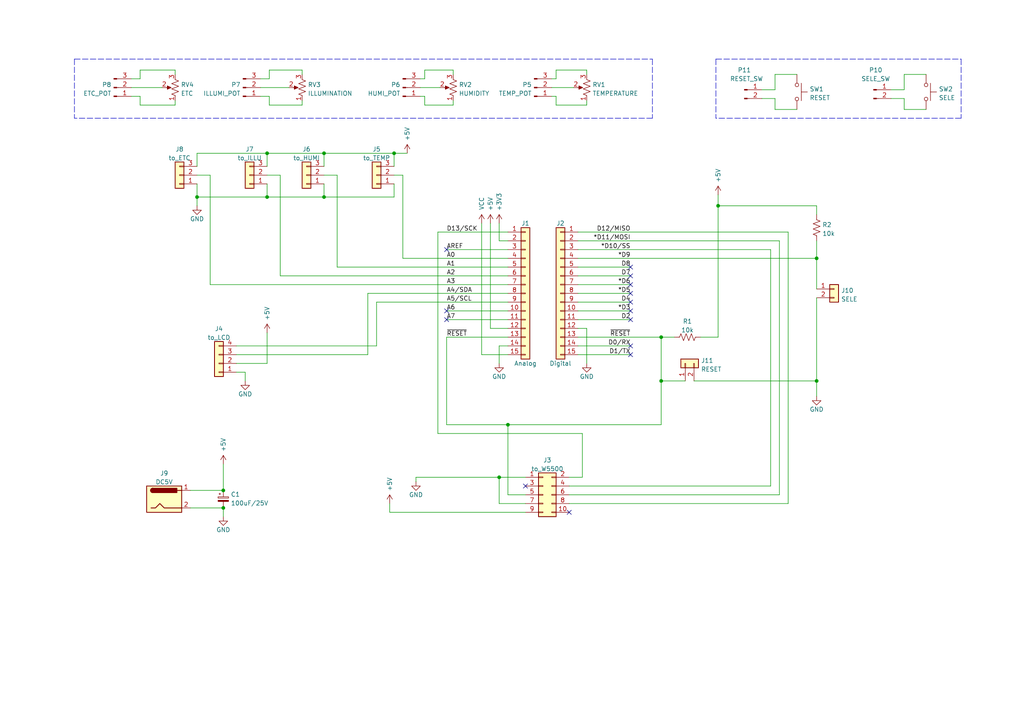
<source format=kicad_sch>
(kicad_sch (version 20211123) (generator eeschema)
  (paper "A4")
  (title_block (title "UECS Simulator for DEN-NOH-01") (date "2023-01-11") (rev "1.10") (company "HOLLY&Co.,Ltd."))
  (lib_symbols
    (symbol "+5V_1" (power) (pin_names (offset 0))
      (property "Value" "+5V" (at 0 3.556 90))
      (symbol "+5V_1_0_1"
        (polyline (pts (xy -0.762 1.27) (xy 0 2.54)))
        (polyline (pts (xy 0 0) (xy 0 2.54)))
        (polyline (pts (xy 0 2.54) (xy 0.762 1.27)))
      )
      (symbol "+5V_1_1_1"
        (pin power_in line (at 0 0 90) (length 0) hide (name "+5V") (number "1"))
      )
    )
    (symbol "Connector:Conn_01x02_Male" (pin_names (offset 1.016) hide)
      (property "Reference" "J" (at 0 2.54 0))
      (property "Value" "Conn_01x02_Male" (at 0 -5.08 0))
      (symbol "Conn_01x02_Male_1_1"
        (polyline (pts (xy 1.27 -2.54) (xy 0.8636 -2.54)) (stroke (width 0.1524)))
        (polyline (pts (xy 1.27 0) (xy 0.8636 0)) (stroke (width 0.1524)))
        (rectangle (start 0.8636 -2.413) (end 0 -2.667) (stroke (width 0.1524)) (fill (type outline)))
        (rectangle (start 0.8636 0.127) (end 0 -0.127) (stroke (width 0.1524)) (fill (type outline)))
        (pin passive line (at 5.08 0 180) (length 3.81) (name "Pin_1") (number "1"))
        (pin passive line (at 5.08 -2.54 180) (length 3.81) (name "Pin_2") (number "2"))
      )
    )
    (symbol "Connector:Conn_01x03_Male" (pin_names (offset 1.016) hide)
      (property "Reference" "J" (at 0 5.08 0))
      (property "Value" "Conn_01x03_Male" (at 0 -5.08 0))
      (symbol "Conn_01x03_Male_1_1"
        (polyline (pts (xy 1.27 -2.54) (xy 0.8636 -2.54)) (stroke (width 0.1524)))
        (polyline (pts (xy 1.27 0) (xy 0.8636 0)) (stroke (width 0.1524)))
        (polyline (pts (xy 1.27 2.54) (xy 0.8636 2.54)) (stroke (width 0.1524)))
        (rectangle (start 0.8636 -2.413) (end 0 -2.667) (stroke (width 0.1524)) (fill (type outline)))
        (rectangle (start 0.8636 0.127) (end 0 -0.127) (stroke (width 0.1524)) (fill (type outline)))
        (rectangle (start 0.8636 2.667) (end 0 2.413) (stroke (width 0.1524)) (fill (type outline)))
        (pin passive line (at 5.08 2.54 180) (length 3.81) (name "Pin_1") (number "1"))
        (pin passive line (at 5.08 0 180) (length 3.81) (name "Pin_2") (number "2"))
        (pin passive line (at 5.08 -2.54 180) (length 3.81) (name "Pin_3") (number "3"))
      )
    )
    (symbol "Connector:Jack-DC" (pin_names (offset 1.016))
      (property "Reference" "J13" (at 0 7.5098 0))
      (property "Value" "DC5V" (at 0 4.9729 0))
      (symbol "Jack-DC_0_1"
        (rectangle (start -5.08 3.81) (end 5.08 -3.81) (stroke (width 0.254)) (fill (type background)))
        (arc (start -3.302 3.175) (mid -3.937 2.54) (end -3.302 1.905) (stroke (width 0.254)))
        (arc (start -3.302 3.175) (mid -3.937 2.54) (end -3.302 1.905) (stroke (width 0.254)) (fill (type outline)))
        (polyline (pts (xy 5.08 2.54) (xy 3.81 2.54)) (stroke (width 0.254)))
        (polyline (pts (xy -3.81 -2.54) (xy -2.54 -2.54) (xy -1.27 -1.27) (xy 0 -2.54) (xy 2.54 -2.54) (xy 5.08 -2.54)) (stroke (width 0.254)))
        (rectangle (start 3.683 3.175) (end -3.302 1.905) (stroke (width 0.254)) (fill (type outline)))
      )
      (symbol "Jack-DC_1_1"
        (pin power_out line (at 7.62 2.54 180) (length 2.54) (name "~") (number "1"))
        (pin passive line (at 7.62 -2.54 180) (length 2.54) (name "~") (number "2"))
      )
    )
    (symbol "Connector_Generic:Conn_01x02" (pin_names (offset 1.016) hide)
      (property "Reference" "J" (at 0 2.54 0))
      (property "Value" "Conn_01x02" (at 0 -5.08 0))
      (symbol "Conn_01x02_1_1"
        (rectangle (start -1.27 -2.413) (end 0 -2.667) (stroke (width 0.1524)))
        (rectangle (start -1.27 0.127) (end 0 -0.127) (stroke (width 0.1524)))
        (rectangle (start -1.27 1.27) (end 1.27 -3.81) (stroke (width 0.254)) (fill (type background)))
        (pin passive line (at -5.08 0 0) (length 3.81) (name "Pin_1") (number "1"))
        (pin passive line (at -5.08 -2.54 0) (length 3.81) (name "Pin_2") (number "2"))
      )
    )
    (symbol "Connector_Generic:Conn_01x03" (pin_names (offset 1.016) hide)
      (property "Reference" "J" (at 0 5.08 0))
      (property "Value" "Conn_01x03" (at 0 -5.08 0))
      (symbol "Conn_01x03_1_1"
        (rectangle (start -1.27 -2.413) (end 0 -2.667) (stroke (width 0.1524)))
        (rectangle (start -1.27 0.127) (end 0 -0.127) (stroke (width 0.1524)))
        (rectangle (start -1.27 2.667) (end 0 2.413) (stroke (width 0.1524)))
        (rectangle (start -1.27 3.81) (end 1.27 -3.81) (stroke (width 0.254)) (fill (type background)))
        (pin passive line (at -5.08 2.54 0) (length 3.81) (name "Pin_1") (number "1"))
        (pin passive line (at -5.08 0 0) (length 3.81) (name "Pin_2") (number "2"))
        (pin passive line (at -5.08 -2.54 0) (length 3.81) (name "Pin_3") (number "3"))
      )
    )
    (symbol "Connector_Generic:Conn_01x04" (pin_names (offset 1.016) hide)
      (property "Reference" "J" (at 0 5.08 0))
      (property "Value" "Conn_01x04" (at 0 -7.62 0))
      (symbol "Conn_01x04_1_1"
        (rectangle (start -1.27 -4.953) (end 0 -5.207) (stroke (width 0.1524)))
        (rectangle (start -1.27 -2.413) (end 0 -2.667) (stroke (width 0.1524)))
        (rectangle (start -1.27 0.127) (end 0 -0.127) (stroke (width 0.1524)))
        (rectangle (start -1.27 2.667) (end 0 2.413) (stroke (width 0.1524)))
        (rectangle (start -1.27 3.81) (end 1.27 -6.35) (stroke (width 0.254)) (fill (type background)))
        (pin passive line (at -5.08 2.54 0) (length 3.81) (name "Pin_1") (number "1"))
        (pin passive line (at -5.08 0 0) (length 3.81) (name "Pin_2") (number "2"))
        (pin passive line (at -5.08 -2.54 0) (length 3.81) (name "Pin_3") (number "3"))
        (pin passive line (at -5.08 -5.08 0) (length 3.81) (name "Pin_4") (number "4"))
      )
    )
    (symbol "Connector_Generic:Conn_01x15" (pin_names (offset 1.016) hide)
      (property "Reference" "J" (at 0 20.32 0))
      (property "Value" "Conn_01x15" (at 0 -20.32 0))
      (symbol "Conn_01x15_1_1"
        (rectangle (start -1.27 -17.653) (end 0 -17.907) (stroke (width 0.1524)))
        (rectangle (start -1.27 -15.113) (end 0 -15.367) (stroke (width 0.1524)))
        (rectangle (start -1.27 -12.573) (end 0 -12.827) (stroke (width 0.1524)))
        (rectangle (start -1.27 -10.033) (end 0 -10.287) (stroke (width 0.1524)))
        (rectangle (start -1.27 -7.493) (end 0 -7.747) (stroke (width 0.1524)))
        (rectangle (start -1.27 -4.953) (end 0 -5.207) (stroke (width 0.1524)))
        (rectangle (start -1.27 -2.413) (end 0 -2.667) (stroke (width 0.1524)))
        (rectangle (start -1.27 0.127) (end 0 -0.127) (stroke (width 0.1524)))
        (rectangle (start -1.27 2.667) (end 0 2.413) (stroke (width 0.1524)))
        (rectangle (start -1.27 5.207) (end 0 4.953) (stroke (width 0.1524)))
        (rectangle (start -1.27 7.747) (end 0 7.493) (stroke (width 0.1524)))
        (rectangle (start -1.27 10.287) (end 0 10.033) (stroke (width 0.1524)))
        (rectangle (start -1.27 12.827) (end 0 12.573) (stroke (width 0.1524)))
        (rectangle (start -1.27 15.367) (end 0 15.113) (stroke (width 0.1524)))
        (rectangle (start -1.27 17.907) (end 0 17.653) (stroke (width 0.1524)))
        (rectangle (start -1.27 19.05) (end 1.27 -19.05) (stroke (width 0.254)) (fill (type background)))
        (pin passive line (at -5.08 17.78 0) (length 3.81) (name "Pin_1") (number "1"))
        (pin passive line (at -5.08 -5.08 0) (length 3.81) (name "Pin_10") (number "10"))
        (pin passive line (at -5.08 -7.62 0) (length 3.81) (name "Pin_11") (number "11"))
        (pin passive line (at -5.08 -10.16 0) (length 3.81) (name "Pin_12") (number "12"))
        (pin passive line (at -5.08 -12.7 0) (length 3.81) (name "Pin_13") (number "13"))
        (pin passive line (at -5.08 -15.24 0) (length 3.81) (name "Pin_14") (number "14"))
        (pin passive line (at -5.08 -17.78 0) (length 3.81) (name "Pin_15") (number "15"))
        (pin passive line (at -5.08 15.24 0) (length 3.81) (name "Pin_2") (number "2"))
        (pin passive line (at -5.08 12.7 0) (length 3.81) (name "Pin_3") (number "3"))
        (pin passive line (at -5.08 10.16 0) (length 3.81) (name "Pin_4") (number "4"))
        (pin passive line (at -5.08 7.62 0) (length 3.81) (name "Pin_5") (number "5"))
        (pin passive line (at -5.08 5.08 0) (length 3.81) (name "Pin_6") (number "6"))
        (pin passive line (at -5.08 2.54 0) (length 3.81) (name "Pin_7") (number "7"))
        (pin passive line (at -5.08 0 0) (length 3.81) (name "Pin_8") (number "8"))
        (pin passive line (at -5.08 -2.54 0) (length 3.81) (name "Pin_9") (number "9"))
      )
    )
    (symbol "Connector_Generic:Conn_02x05_Odd_Even" (pin_names (offset 1.016) hide)
      (property "Reference" "J" (at 1.27 7.62 0))
      (property "Value" "Conn_02x05_Odd_Even" (at 1.27 -7.62 0))
      (symbol "Conn_02x05_Odd_Even_1_1"
        (rectangle (start -1.27 -4.953) (end 0 -5.207) (stroke (width 0.1524)))
        (rectangle (start -1.27 -2.413) (end 0 -2.667) (stroke (width 0.1524)))
        (rectangle (start -1.27 0.127) (end 0 -0.127) (stroke (width 0.1524)))
        (rectangle (start -1.27 2.667) (end 0 2.413) (stroke (width 0.1524)))
        (rectangle (start -1.27 5.207) (end 0 4.953) (stroke (width 0.1524)))
        (rectangle (start -1.27 6.35) (end 3.81 -6.35) (stroke (width 0.254)) (fill (type background)))
        (rectangle (start 3.81 -4.953) (end 2.54 -5.207) (stroke (width 0.1524)))
        (rectangle (start 3.81 -2.413) (end 2.54 -2.667) (stroke (width 0.1524)))
        (rectangle (start 3.81 0.127) (end 2.54 -0.127) (stroke (width 0.1524)))
        (rectangle (start 3.81 2.667) (end 2.54 2.413) (stroke (width 0.1524)))
        (rectangle (start 3.81 5.207) (end 2.54 4.953) (stroke (width 0.1524)))
        (pin passive line (at -5.08 5.08 0) (length 3.81) (name "Pin_1") (number "1"))
        (pin passive line (at 7.62 -5.08 180) (length 3.81) (name "Pin_10") (number "10"))
        (pin passive line (at 7.62 5.08 180) (length 3.81) (name "Pin_2") (number "2"))
        (pin passive line (at -5.08 2.54 0) (length 3.81) (name "Pin_3") (number "3"))
        (pin passive line (at 7.62 2.54 180) (length 3.81) (name "Pin_4") (number "4"))
        (pin passive line (at -5.08 0 0) (length 3.81) (name "Pin_5") (number "5"))
        (pin passive line (at 7.62 0 180) (length 3.81) (name "Pin_6") (number "6"))
        (pin passive line (at -5.08 -2.54 0) (length 3.81) (name "Pin_7") (number "7"))
        (pin passive line (at 7.62 -2.54 180) (length 3.81) (name "Pin_8") (number "8"))
        (pin passive line (at -5.08 -5.08 0) (length 3.81) (name "Pin_9") (number "9"))
      )
    )
    (symbol "Device:C_Polarized_Small" (pin_numbers hide) (pin_names (offset 0.254) hide)
      (property "Reference" "C" (at 0.254 1.778 0))
      (property "Value" "C_Polarized_Small" (at 0.254 -2.032 0))
      (symbol "C_Polarized_Small_0_1"
        (rectangle (start -1.524 -0.3048) (end 1.524 -0.6858) (fill (type outline)))
        (rectangle (start -1.524 0.6858) (end 1.524 0.3048))
        (polyline (pts (xy -1.27 1.524) (xy -0.762 1.524)))
        (polyline (pts (xy -1.016 1.27) (xy -1.016 1.778)))
      )
      (symbol "C_Polarized_Small_1_1"
        (pin passive line (at 0 2.54 270) (length 1.8542) (name "~") (number "1"))
        (pin passive line (at 0 -2.54 90) (length 1.8542) (name "~") (number "2"))
      )
    )
    (symbol "Device:R_Potentiometer_US" (pin_names (offset 1.016) hide)
      (property "Reference" "RV" (at -4.445 0 90))
      (property "Value" "R_Potentiometer_US" (at -2.54 0 90))
      (symbol "R_Potentiometer_US_0_1"
        (polyline (pts (xy 0 -2.286) (xy 0 -2.54)))
        (polyline (pts (xy 0 2.54) (xy 0 2.286)))
        (polyline (pts (xy 2.54 0) (xy 1.524 0)))
        (polyline (pts (xy 1.143 0) (xy 2.286 0.508) (xy 2.286 -0.508) (xy 1.143 0)) (fill (type outline)))
        (polyline (pts (xy 0 -0.762) (xy 1.016 -1.143) (xy 0 -1.524) (xy -1.016 -1.905) (xy 0 -2.286)))
        (polyline (pts (xy 0 0.762) (xy 1.016 0.381) (xy 0 0) (xy -1.016 -0.381) (xy 0 -0.762)))
        (polyline (pts (xy 0 2.286) (xy 1.016 1.905) (xy 0 1.524) (xy -1.016 1.143) (xy 0 0.762)))
      )
      (symbol "R_Potentiometer_US_1_1"
        (pin passive line (at 0 3.81 270) (length 1.27) (name "1") (number "1"))
        (pin passive line (at 3.81 0 180) (length 1.27) (name "2") (number "2"))
        (pin passive line (at 0 -3.81 90) (length 1.27) (name "3") (number "3"))
      )
    )
    (symbol "Device:R_US" (pin_numbers hide) (pin_names (offset 0))
      (property "Reference" "R" (at 2.54 0 90))
      (property "Value" "R_US" (at -2.54 0 90))
      (symbol "R_US_0_1"
        (polyline (pts (xy 0 -2.286) (xy 0 -2.54)))
        (polyline (pts (xy 0 2.286) (xy 0 2.54)))
        (polyline (pts (xy 0 -0.762) (xy 1.016 -1.143) (xy 0 -1.524) (xy -1.016 -1.905) (xy 0 -2.286)))
        (polyline (pts (xy 0 0.762) (xy 1.016 0.381) (xy 0 0) (xy -1.016 -0.381) (xy 0 -0.762)))
        (polyline (pts (xy 0 2.286) (xy 1.016 1.905) (xy 0 1.524) (xy -1.016 1.143) (xy 0 0.762)))
      )
      (symbol "R_US_1_1"
        (pin passive line (at 0 3.81 270) (length 1.27) (name "~") (number "1"))
        (pin passive line (at 0 -3.81 90) (length 1.27) (name "~") (number "2"))
      )
    )
    (symbol "Switch:SW_Push" (pin_numbers hide) (pin_names (offset 1.016) hide)
      (property "Reference" "SW" (at 1.27 2.54 0))
      (property "Value" "SW_Push" (at 0 -1.524 0))
      (symbol "SW_Push_0_1"
        (circle (center -2.032 0) (radius 0.508))
        (polyline (pts (xy 0 1.27) (xy 0 3.048)))
        (polyline (pts (xy 2.54 1.27) (xy -2.54 1.27)))
        (circle (center 2.032 0) (radius 0.508))
        (pin passive line (at -5.08 0 0) (length 2.54) (name "1") (number "1"))
        (pin passive line (at 5.08 0 180) (length 2.54) (name "2") (number "2"))
      )
    )
    (symbol "power:+3.3V" (power) (pin_names (offset 0))
      (property "Value" "+3.3V" (at 0 3.556 0))
      (symbol "+3.3V_0_1"
        (polyline (pts (xy -0.762 1.27) (xy 0 2.54)))
        (polyline (pts (xy 0 0) (xy 0 2.54)))
        (polyline (pts (xy 0 2.54) (xy 0.762 1.27)))
      )
      (symbol "+3.3V_1_1"
        (pin power_in line (at 0 0 90) (length 0) hide (name "+3V3") (number "1"))
      )
    )
    (symbol "power:+5V" (power) (pin_names (offset 0))
      (property "Value" "+5V" (at 0 3.556 0))
      (symbol "+5V_0_1"
        (polyline (pts (xy -0.762 1.27) (xy 0 2.54)))
        (polyline (pts (xy 0 0) (xy 0 2.54)))
        (polyline (pts (xy 0 2.54) (xy 0.762 1.27)))
      )
      (symbol "+5V_1_1"
        (pin power_in line (at 0 0 90) (length 0) hide (name "+5V") (number "1"))
      )
    )
    (symbol "power:GND" (power) (pin_names (offset 0))
      (property "Value" "GND" (at 0 -3.81 0))
      (symbol "GND_0_1"
        (polyline (pts (xy 0 0) (xy 0 -1.27) (xy 1.27 -1.27) (xy 0 -2.54) (xy -1.27 -1.27) (xy 0 -1.27)))
      )
      (symbol "GND_1_1"
        (pin power_in line (at 0 0 270) (length 0) hide (name "GND") (number "1"))
      )
    )
    (symbol "power:VCC" (power) (pin_names (offset 0))
      (property "Value" "VCC" (at 0 3.81 0))
      (symbol "VCC_0_1"
        (polyline (pts (xy -0.762 1.27) (xy 0 2.54)))
        (polyline (pts (xy 0 0) (xy 0 2.54)))
        (polyline (pts (xy 0 2.54) (xy 0.762 1.27)))
      )
      (symbol "VCC_1_1"
        (pin power_in line (at 0 0 90) (length 0) hide (name "VCC") (number "1"))
      )
    )
  )
  (junction (at 77.47 44.45))
  (junction (at 144.78 138.43))
  (junction (at 147.32 123.19))
  (junction (at 64.77 142.24))
  (junction (at 236.855 110.49))
  (junction (at 77.47 57.15))
  (junction (at 64.77 147.32))
  (junction (at 57.15 57.15))
  (junction (at 191.77 110.49))
  (junction (at 191.77 97.79))
  (junction (at 93.98 44.45))
  (junction (at 114.3 44.45))
  (junction (at 208.28 59.69))
  (junction (at 93.98 57.15))
  (junction (at 236.855 74.93))
  (no_connect (at 129.54 90.17))
  (no_connect (at 165.1 148.59))
  (no_connect (at 182.88 77.47))
  (no_connect (at 129.54 72.39))
  (no_connect (at 182.88 92.71))
  (no_connect (at 182.88 100.33))
  (no_connect (at 182.88 102.87))
  (no_connect (at 182.88 90.17))
  (no_connect (at 182.88 82.55))
  (no_connect (at 182.88 85.09))
  (no_connect (at 152.4 140.97))
  (no_connect (at 182.88 87.63))
  (no_connect (at 182.88 80.01))
  (no_connect (at 129.54 92.71))
  (wire (pts (xy 167.64 100.33) (xy 182.88 100.33)))
  (wire (pts (xy 152.4 146.05) (xy 144.78 146.05)))
  (wire (pts (xy 147.32 69.85) (xy 144.78 69.85)))
  (wire (pts (xy 161.29 22.86) (xy 160.02 22.86)))
  (wire (pts (xy 170.18 20.32) (xy 161.29 20.32)))
  (polyline (pts (xy 21.59 17.145) (xy 189.23 17.145)))
  (wire (pts (xy 57.15 53.34) (xy 57.15 57.15)))
  (wire (pts (xy 40.64 22.86) (xy 38.1 22.86)))
  (wire (pts (xy 208.28 97.79) (xy 203.2 97.79)))
  (wire (pts (xy 87.63 20.32) (xy 78.105 20.32)))
  (wire (pts (xy 57.15 44.45) (xy 57.15 48.26)))
  (wire (pts (xy 50.8 29.21) (xy 50.8 30.48)))
  (wire (pts (xy 68.58 102.87) (xy 106.68 102.87)))
  (wire (pts (xy 144.78 138.43) (xy 120.65 138.43)))
  (wire (pts (xy 93.98 53.34) (xy 93.98 57.15)))
  (wire (pts (xy 81.28 80.01) (xy 147.32 80.01)))
  (wire (pts (xy 93.98 57.15) (xy 77.47 57.15)))
  (wire (pts (xy 147.32 123.19) (xy 147.32 143.51)))
  (wire (pts (xy 106.68 85.09) (xy 147.32 85.09)))
  (wire (pts (xy 121.92 25.4) (xy 127.635 25.4)))
  (wire (pts (xy 77.47 44.45) (xy 93.98 44.45)))
  (wire (pts (xy 262.255 21.59) (xy 268.605 21.59)))
  (wire (pts (xy 226.06 143.51) (xy 226.06 69.85)))
  (wire (pts (xy 75.565 25.4) (xy 83.82 25.4)))
  (wire (pts (xy 142.24 64.77) (xy 142.24 95.25)))
  (wire (pts (xy 147.32 95.25) (xy 142.24 95.25)))
  (wire (pts (xy 71.12 107.95) (xy 71.12 110.49)))
  (wire (pts (xy 50.8 21.59) (xy 50.8 20.32)))
  (wire (pts (xy 224.79 28.575) (xy 224.79 31.75)))
  (wire (pts (xy 201.295 110.49) (xy 236.855 110.49)))
  (wire (pts (xy 152.4 138.43) (xy 144.78 138.43)))
  (wire (pts (xy 220.98 28.575) (xy 224.79 28.575)))
  (wire (pts (xy 77.47 57.15) (xy 57.15 57.15)))
  (wire (pts (xy 64.77 147.32) (xy 64.77 149.86)))
  (wire (pts (xy 93.98 44.45) (xy 114.3 44.45)))
  (wire (pts (xy 81.28 50.8) (xy 81.28 80.01)))
  (wire (pts (xy 236.855 110.49) (xy 236.855 114.935)))
  (wire (pts (xy 258.445 28.575) (xy 262.255 28.575)))
  (wire (pts (xy 161.29 20.32) (xy 161.29 22.86)))
  (wire (pts (xy 228.6 146.05) (xy 165.1 146.05)))
  (wire (pts (xy 152.4 148.59) (xy 113.03 148.59)))
  (wire (pts (xy 87.63 30.48) (xy 78.105 30.48)))
  (wire (pts (xy 60.96 82.55) (xy 147.32 82.55)))
  (wire (pts (xy 78.105 20.32) (xy 78.105 22.86)))
  (wire (pts (xy 167.64 72.39) (xy 223.52 72.39)))
  (wire (pts (xy 161.29 30.48) (xy 161.29 27.94)))
  (wire (pts (xy 77.47 105.41) (xy 77.47 96.52)))
  (wire (pts (xy 97.79 50.8) (xy 97.79 77.47)))
  (wire (pts (xy 50.8 20.32) (xy 40.64 20.32)))
  (wire (pts (xy 123.19 22.86) (xy 121.92 22.86)))
  (wire (pts (xy 262.255 28.575) (xy 262.255 31.75)))
  (wire (pts (xy 78.105 22.86) (xy 75.565 22.86)))
  (wire (pts (xy 68.58 107.95) (xy 71.12 107.95)))
  (wire (pts (xy 60.96 50.8) (xy 60.96 82.55)))
  (wire (pts (xy 123.19 27.94) (xy 121.92 27.94)))
  (wire (pts (xy 109.22 87.63) (xy 147.32 87.63)))
  (wire (pts (xy 114.3 50.8) (xy 116.84 50.8)))
  (wire (pts (xy 77.47 44.45) (xy 77.47 48.26)))
  (wire (pts (xy 118.11 44.45) (xy 114.3 44.45)))
  (wire (pts (xy 170.18 30.48) (xy 170.18 29.21)))
  (wire (pts (xy 167.64 77.47) (xy 182.88 77.47)))
  (wire (pts (xy 55.245 142.24) (xy 64.77 142.24)))
  (wire (pts (xy 93.98 44.45) (xy 93.98 48.26)))
  (polyline (pts (xy 21.59 17.145) (xy 21.59 34.29)))
  (wire (pts (xy 57.15 50.8) (xy 60.96 50.8)))
  (wire (pts (xy 114.3 44.45) (xy 114.3 48.26)))
  (wire (pts (xy 147.32 143.51) (xy 152.4 143.51)))
  (wire (pts (xy 224.79 31.75) (xy 231.14 31.75)))
  (wire (pts (xy 167.64 80.01) (xy 182.88 80.01)))
  (wire (pts (xy 131.445 30.48) (xy 123.19 30.48)))
  (wire (pts (xy 236.855 62.23) (xy 236.855 59.69)))
  (wire (pts (xy 57.15 57.15) (xy 57.15 59.69)))
  (wire (pts (xy 170.18 20.32) (xy 170.18 21.59)))
  (wire (pts (xy 40.64 27.94) (xy 38.1 27.94)))
  (wire (pts (xy 116.84 74.93) (xy 147.32 74.93)))
  (wire (pts (xy 167.64 92.71) (xy 182.88 92.71)))
  (wire (pts (xy 191.77 123.19) (xy 147.32 123.19)))
  (wire (pts (xy 114.3 53.34) (xy 114.3 57.15)))
  (wire (pts (xy 236.855 86.36) (xy 236.855 110.49)))
  (wire (pts (xy 144.78 146.05) (xy 144.78 138.43)))
  (wire (pts (xy 55.245 147.32) (xy 64.77 147.32)))
  (wire (pts (xy 109.22 100.33) (xy 109.22 87.63)))
  (wire (pts (xy 191.77 110.49) (xy 198.755 110.49)))
  (polyline (pts (xy 278.765 34.29) (xy 207.645 34.29)))
  (wire (pts (xy 224.79 26.035) (xy 224.79 21.59)))
  (wire (pts (xy 208.28 59.69) (xy 208.28 97.79)))
  (wire (pts (xy 129.54 72.39) (xy 147.32 72.39)))
  (wire (pts (xy 165.1 143.51) (xy 226.06 143.51)))
  (polyline (pts (xy 278.765 17.145) (xy 278.765 34.29)))
  (wire (pts (xy 93.98 50.8) (xy 97.79 50.8)))
  (wire (pts (xy 167.64 85.09) (xy 182.88 85.09)))
  (polyline (pts (xy 189.23 17.145) (xy 189.23 34.29)))
  (wire (pts (xy 236.855 74.93) (xy 236.855 83.82)))
  (wire (pts (xy 113.03 148.59) (xy 113.03 146.05)))
  (wire (pts (xy 144.78 64.77) (xy 144.78 69.85)))
  (wire (pts (xy 167.64 95.25) (xy 170.18 95.25)))
  (wire (pts (xy 129.54 123.19) (xy 147.32 123.19)))
  (wire (pts (xy 167.64 67.31) (xy 228.6 67.31)))
  (wire (pts (xy 139.7 64.77) (xy 139.7 102.87)))
  (wire (pts (xy 147.32 102.87) (xy 139.7 102.87)))
  (wire (pts (xy 223.52 72.39) (xy 223.52 140.97)))
  (wire (pts (xy 77.47 53.34) (xy 77.47 57.15)))
  (wire (pts (xy 129.54 97.79) (xy 147.32 97.79)))
  (wire (pts (xy 220.98 26.035) (xy 224.79 26.035)))
  (wire (pts (xy 68.58 105.41) (xy 77.47 105.41)))
  (wire (pts (xy 167.64 82.55) (xy 182.88 82.55)))
  (wire (pts (xy 167.64 87.63) (xy 182.88 87.63)))
  (wire (pts (xy 114.3 57.15) (xy 93.98 57.15)))
  (wire (pts (xy 78.105 27.94) (xy 75.565 27.94)))
  (wire (pts (xy 223.52 140.97) (xy 165.1 140.97)))
  (wire (pts (xy 236.855 69.85) (xy 236.855 74.93)))
  (wire (pts (xy 168.91 138.43) (xy 165.1 138.43)))
  (wire (pts (xy 191.77 110.49) (xy 191.77 123.19)))
  (wire (pts (xy 57.15 44.45) (xy 77.47 44.45)))
  (polyline (pts (xy 207.645 17.145) (xy 278.765 17.145)))
  (wire (pts (xy 258.445 26.035) (xy 262.255 26.035)))
  (wire (pts (xy 127 67.31) (xy 127 125.73)))
  (wire (pts (xy 106.68 102.87) (xy 106.68 85.09)))
  (wire (pts (xy 167.64 90.17) (xy 182.88 90.17)))
  (wire (pts (xy 208.28 56.515) (xy 208.28 59.69)))
  (wire (pts (xy 127 125.73) (xy 168.91 125.73)))
  (wire (pts (xy 78.105 30.48) (xy 78.105 27.94)))
  (wire (pts (xy 123.19 30.48) (xy 123.19 27.94)))
  (wire (pts (xy 68.58 100.33) (xy 109.22 100.33)))
  (wire (pts (xy 168.91 125.73) (xy 168.91 138.43)))
  (wire (pts (xy 129.54 92.71) (xy 147.32 92.71)))
  (wire (pts (xy 131.445 20.32) (xy 123.19 20.32)))
  (wire (pts (xy 167.64 74.93) (xy 236.855 74.93)))
  (wire (pts (xy 64.77 134.62) (xy 64.77 142.24)))
  (wire (pts (xy 40.64 30.48) (xy 40.64 27.94)))
  (wire (pts (xy 161.29 27.94) (xy 160.02 27.94)))
  (wire (pts (xy 167.64 97.79) (xy 191.77 97.79)))
  (wire (pts (xy 87.63 29.21) (xy 87.63 30.48)))
  (wire (pts (xy 131.445 30.48) (xy 131.445 29.21)))
  (wire (pts (xy 170.18 95.25) (xy 170.18 105.41)))
  (wire (pts (xy 120.65 138.43) (xy 120.65 139.7)))
  (polyline (pts (xy 207.645 17.145) (xy 207.645 34.29)))
  (polyline (pts (xy 189.23 34.29) (xy 21.59 34.29)))
  (wire (pts (xy 167.64 102.87) (xy 182.88 102.87)))
  (wire (pts (xy 262.255 31.75) (xy 268.605 31.75)))
  (wire (pts (xy 50.8 30.48) (xy 40.64 30.48)))
  (wire (pts (xy 127 67.31) (xy 147.32 67.31)))
  (wire (pts (xy 228.6 67.31) (xy 228.6 146.05)))
  (wire (pts (xy 236.855 59.69) (xy 208.28 59.69)))
  (wire (pts (xy 131.445 20.32) (xy 131.445 21.59)))
  (wire (pts (xy 87.63 21.59) (xy 87.63 20.32)))
  (wire (pts (xy 129.54 90.17) (xy 147.32 90.17)))
  (wire (pts (xy 170.18 30.48) (xy 161.29 30.48)))
  (wire (pts (xy 129.54 97.79) (xy 129.54 123.19)))
  (wire (pts (xy 116.84 50.8) (xy 116.84 74.93)))
  (wire (pts (xy 224.79 21.59) (xy 231.14 21.59)))
  (wire (pts (xy 40.64 20.32) (xy 40.64 22.86)))
  (wire (pts (xy 191.77 97.79) (xy 191.77 110.49)))
  (wire (pts (xy 191.77 97.79) (xy 195.58 97.79)))
  (wire (pts (xy 123.19 20.32) (xy 123.19 22.86)))
  (wire (pts (xy 144.78 100.33) (xy 144.78 105.41)))
  (wire (pts (xy 147.32 100.33) (xy 144.78 100.33)))
  (wire (pts (xy 38.1 25.4) (xy 46.99 25.4)))
  (wire (pts (xy 262.255 26.035) (xy 262.255 21.59)))
  (wire (pts (xy 97.79 77.47) (xy 147.32 77.47)))
  (wire (pts (xy 77.47 50.8) (xy 81.28 50.8)))
  (wire (pts (xy 160.02 25.4) (xy 166.37 25.4)))
  (wire (pts (xy 167.64 69.85) (xy 226.06 69.85)))
  (label "D4" (at 182.88 87.63 180))
  (label "*D5" (at 182.88 85.09 180))
  (label "A2" (at 129.54 80.01 0))
  (label "D7" (at 182.88 80.01 180))
  (label "D13{slash}SCK" (at 129.54 67.31 0))
  (label "A7" (at 129.54 92.71 0))
  (label "*D6" (at 182.88 82.55 180))
  (label "*D11{slash}MOSI" (at 182.88 69.85 180))
  (label "A1" (at 129.54 77.47 0))
  (label "A4{slash}SDA" (at 129.54 85.09 0))
  (label "A5{slash}SCL" (at 129.54 87.63 0))
  (label "A3" (at 129.54 82.55 0))
  (label "~{RESET}" (at 182.88 97.79 180))
  (label "~{RESET}" (at 129.54 97.79 0))
  (label "A6" (at 129.54 90.17 0))
  (label "A0" (at 129.54 74.93 0))
  (label "*D9" (at 182.88 74.93 180))
  (label "*D3" (at 182.88 90.17 180))
  (label "D2" (at 182.88 92.71 180))
  (label "D8" (at 182.88 77.47 180))
  (label "D1{slash}TX" (at 182.88 102.87 180))
  (label "D0{slash}RX" (at 182.88 100.33 180))
  (label "AREF" (at 129.54 72.39 0))
  (label "*D10{slash}SS" (at 182.88 72.39 180))
  (label "D12{slash}MISO" (at 182.88 67.31 180))
  (symbol (lib_id "Connector_Generic:Conn_01x15") (at 152.4 85.09 0) (unit 1)
    (property "Reference" "J1" (at 152.4 64.77 0))
    (property "Value" "Analog" (at 152.4 105.41 0))
    (property "Footprint" "Connector_PinSocket_2.54mm:PinSocket_1x15_P2.54mm_Vertical" (effects hide))
  )
  (symbol (lib_id "Connector_Generic:Conn_01x15") (at 162.56 85.09 0) (mirror y) (unit 1)
    (property "Reference" "J2" (at 162.56 64.77 0))
    (property "Value" "Digital" (at 162.56 105.41 0))
    (property "Footprint" "Connector_PinSocket_2.54mm:PinSocket_1x15_P2.54mm_Vertical" (effects hide))
  )
  (symbol (lib_id "power:GND") (at 236.855 114.935 0) (unit 1)
    (property "Reference" "#PWR0114" (effects hide))
    (property "Value" "GND" (at 236.855 118.745 0))
  )
  (symbol (lib_id "power:GND") (at 64.77 149.86 0) (unit 1)
    (property "Reference" "#PWR0108" (effects hide))
    (property "Value" "GND" (at 64.77 153.67 0))
  )
  (symbol (lib_id "power:+5V") (at 118.11 44.45 0) (unit 1)
    (property "Reference" "#PWR0106" (effects hide))
    (property "Value" "+5V" (at 118.11 40.894 90) (effects (justify left)))
  )
  (symbol (lib_id "power:+5V") (at 113.03 146.05 0) (unit 1)
    (property "Reference" "#PWR0110" (effects hide))
    (property "Value" "+5V" (at 113.03 142.494 90) (effects (justify left)))
  )
  (symbol (lib_id "Connector:Conn_01x02_Male") (at 215.9 26.035 0) (unit 1) (on_board no)
    (property "Reference" "P11" (at 215.9 20.32 0))
    (property "Value" "RESET_SW" (at 216.535 22.86 0))
    (property "Datasheet" "https://akizukidenshi.com/catalog/g/gC-12255/" (effects hide))
  )
  (symbol (lib_id "Connector_Generic:Conn_01x03") (at 72.39 50.8 180) (unit 1)
    (property "Reference" "J7" (at 72.39 43.2902 0))
    (property "Value" "to_ILLU" (at 72.39 45.8271 0))
    (property "Footprint" "Connector_JST:JST_XH_B3B-XH-A_1x03_P2.50mm_Vertical" (effects hide))
  )
  (symbol (lib_id "Connector_Generic:Conn_01x03") (at 52.07 50.8 180) (unit 1)
    (property "Reference" "J8" (at 52.07 43.2902 0))
    (property "Value" "to_ETC" (at 52.07 45.8271 0))
    (property "Footprint" "Connector_JST:JST_XH_B3B-XH-A_1x03_P2.50mm_Vertical" (effects hide))
  )
  (symbol (lib_id "Device:R_US") (at 236.855 66.04 180) (unit 1)
    (property "Reference" "R2" (at 238.506 65.2053 0) (effects (justify right)))
    (property "Value" "10k" (at 238.506 67.7422 0) (effects (justify right)))
    (property "Footprint" "Resistor_THT:R_Axial_DIN0204_L3.6mm_D1.6mm_P7.62mm_Horizontal" (effects hide))
  )
  (symbol (lib_id "Connector:Conn_01x03_Male") (at 33.02 25.4 0) (mirror x) (unit 1) (on_board no)
    (property "Reference" "P8" (at 32.3088 24.5653 0) (effects (justify right)))
    (property "Value" "ETC_POT" (at 32.3088 27.1022 0) (effects (justify right)))
    (property "Datasheet" "https://akizukidenshi.com/catalog/g/gC-12256/" (effects hide))
  )
  (symbol (lib_id "Connector:Conn_01x02_Male") (at 253.365 26.035 0) (unit 1) (on_board no)
    (property "Reference" "P10" (at 254 20.32 0))
    (property "Value" "SELE_SW" (at 254 22.86 0))
  )
  (symbol (lib_id "Switch:SW_Push") (at 231.14 26.67 270) (unit 1) (on_board no)
    (property "Reference" "SW1" (at 234.823 25.8353 90) (effects (justify left)))
    (property "Value" "RESET" (at 234.823 28.3722 90) (effects (justify left)))
  )
  (symbol (lib_id "Connector:Conn_01x03_Male") (at 154.94 25.4 0) (mirror x) (unit 1) (on_board no)
    (property "Reference" "P5" (at 154.2288 24.5653 0) (effects (justify right)))
    (property "Value" "TEMP_POT" (at 154.2288 27.1022 0) (effects (justify right)))
    (property "Datasheet" "https://akizukidenshi.com/catalog/g/gC-12256/" (effects hide))
  )
  (symbol (lib_id "Connector_Generic:Conn_01x02") (at 198.755 105.41 90) (unit 1)
    (property "Reference" "J11" (at 203.327 104.5753 90) (effects (justify right)))
    (property "Value" "RESET" (at 203.327 107.1122 90) (effects (justify right)))
    (property "Footprint" "Connector_JST:JST_XH_B2B-XH-A_1x02_P2.50mm_Vertical" (effects hide))
  )
  (symbol (lib_name "+5V_1") (lib_id "power:+5V") (at 64.77 134.62 0) (unit 1)
    (property "Reference" "#PWR0112" (effects hide))
    (property "Value" "+5V" (at 64.77 131.064 90) (effects (justify left)))
  )
  (symbol (lib_id "power:+5V") (at 142.24 64.77 0) (unit 1)
    (property "Reference" "#PWR0103" (effects hide))
    (property "Value" "+5V" (at 142.24 61.214 90) (effects (justify left)))
  )
  (symbol (lib_id "Device:R_Potentiometer_US") (at 170.18 25.4 180) (unit 1) (on_board no)
    (property "Reference" "RV1" (at 171.831 24.5653 0) (effects (justify right)))
    (property "Value" "TEMPERATURE" (at 171.831 27.1022 0) (effects (justify right)))
    (property "Datasheet" "https://akizukidenshi.com/catalog/g/gP-15813/" (effects hide))
  )
  (symbol (lib_id "power:+3.3V") (at 144.78 64.77 0) (unit 1)
    (property "Reference" "#PWR0102" (effects hide))
    (property "Value" "+3.3V" (at 144.78 61.214 90) (effects (justify left)))
  )
  (symbol (lib_id "Connector:Conn_01x03_Male") (at 116.84 25.4 0) (mirror x) (unit 1) (on_board no)
    (property "Reference" "P6" (at 116.1289 24.5653 0) (effects (justify right)))
    (property "Value" "HUMI_POT" (at 116.1289 27.1022 0) (effects (justify right)))
    (property "Datasheet" "https://akizukidenshi.com/catalog/g/gC-12256/" (effects hide))
  )
  (symbol (lib_id "Device:R_US") (at 199.39 97.79 90) (unit 1)
    (property "Reference" "R1" (at 199.39 93.2012 90))
    (property "Value" "10k" (at 199.39 95.7381 90))
    (property "Footprint" "Resistor_THT:R_Axial_DIN0204_L3.6mm_D1.6mm_P7.62mm_Horizontal" (effects hide))
  )
  (symbol (lib_id "power:VCC") (at 139.7 64.77 0) (unit 1)
    (property "Reference" "#PWR0101" (effects hide))
    (property "Value" "VCC" (at 139.7 60.96 90) (effects (justify left)))
  )
  (symbol (lib_id "power:GND") (at 57.15 59.69 0) (unit 1)
    (property "Reference" "#PWR0113" (effects hide))
    (property "Value" "GND" (at 57.15 63.5 0))
  )
  (symbol (lib_id "Device:R_Potentiometer_US") (at 87.63 25.4 180) (unit 1) (on_board no)
    (property "Reference" "RV3" (at 89.281 24.5653 0) (effects (justify right)))
    (property "Value" "ILLUMINATION" (at 89.281 27.1022 0) (effects (justify right)))
    (property "Datasheet" "https://akizukidenshi.com/catalog/g/gP-15813/" (effects hide))
  )
  (symbol (lib_id "Device:R_Potentiometer_US") (at 131.445 25.4 180) (unit 1) (on_board no)
    (property "Reference" "RV2" (at 133.096 24.5653 0) (effects (justify right)))
    (property "Value" "HUMIDITY" (at 133.096 27.1022 0) (effects (justify right)))
    (property "Datasheet" "https://akizukidenshi.com/catalog/g/gP-15813/" (effects hide))
  )
  (symbol (lib_id "power:GND") (at 170.18 105.41 0) (unit 1)
    (property "Reference" "#PWR0105" (effects hide))
    (property "Value" "GND" (at 170.18 109.22 0))
  )
  (symbol (lib_id "power:+5V") (at 208.28 56.515 0) (unit 1)
    (property "Reference" "#PWR0115" (effects hide))
    (property "Value" "+5V" (at 208.28 52.959 90) (effects (justify left)))
  )
  (symbol (lib_id "Connector_Generic:Conn_01x04") (at 63.5 105.41 180) (unit 1)
    (property "Reference" "J4" (at 63.5 95.3602 0))
    (property "Value" "to_LCD" (at 63.5 97.8971 0))
    (property "Footprint" "Connector_JST:JST_XH_B4B-XH-A_1x04_P2.50mm_Vertical" (effects hide))
  )
  (symbol (lib_id "power:+5V") (at 77.47 96.52 0) (unit 1)
    (property "Reference" "#PWR0109" (effects hide))
    (property "Value" "+5V" (at 77.47 92.964 90) (effects (justify left)))
  )
  (symbol (lib_id "Switch:SW_Push") (at 268.605 26.67 270) (unit 1) (on_board no)
    (property "Reference" "SW2" (at 272.288 25.8353 90) (effects (justify left)))
    (property "Value" "SELE" (at 272.288 28.3722 90) (effects (justify left)))
  )
  (symbol (lib_id "Device:R_Potentiometer_US") (at 50.8 25.4 180) (unit 1) (on_board no)
    (property "Reference" "RV4" (at 52.451 24.5653 0) (effects (justify right)))
    (property "Value" "ETC" (at 52.451 27.1022 0) (effects (justify right)))
    (property "Datasheet" "https://akizukidenshi.com/catalog/g/gP-15813/" (effects hide))
  )
  (symbol (lib_id "Connector_Generic:Conn_01x03") (at 88.9 50.8 180) (unit 1)
    (property "Reference" "J6" (at 88.9 43.2902 0))
    (property "Value" "to_HUMI" (at 88.9 45.8271 0))
    (property "Footprint" "Connector_JST:JST_XH_B3B-XH-A_1x03_P2.50mm_Vertical" (effects hide))
  )
  (symbol (lib_id "power:GND") (at 120.65 139.7 0) (unit 1)
    (property "Reference" "#PWR0107" (effects hide))
    (property "Value" "GND" (at 120.65 143.51 0))
  )
  (symbol (lib_id "Connector_Generic:Conn_01x03") (at 109.22 50.8 180) (unit 1)
    (property "Reference" "J5" (at 109.22 43.2902 0))
    (property "Value" "to_TEMP" (at 109.22 45.8271 0))
    (property "Footprint" "Connector_JST:JST_XH_B3B-XH-A_1x03_P2.50mm_Vertical" (effects hide))
  )
  (symbol (lib_id "power:GND") (at 144.78 105.41 0) (unit 1)
    (property "Reference" "#PWR0104" (effects hide))
    (property "Value" "GND" (at 144.78 109.22 0))
  )
  (symbol (lib_id "Connector:Conn_01x03_Male") (at 70.485 25.4 0) (mirror x) (unit 1) (on_board no)
    (property "Reference" "P7" (at 69.7739 24.5653 0) (effects (justify right)))
    (property "Value" "ILLUMI_POT" (at 69.7739 27.1022 0) (effects (justify right)))
    (property "Datasheet" "https://akizukidenshi.com/catalog/g/gC-12256/" (effects hide))
  )
  (symbol (lib_id "power:GND") (at 71.12 110.49 0) (unit 1)
    (property "Reference" "#PWR0111" (effects hide))
    (property "Value" "GND" (at 71.12 114.3 0))
  )
  (symbol (lib_id "Connector_Generic:Conn_01x02") (at 241.935 83.82 0) (unit 1)
    (property "Reference" "J10" (at 243.967 84.2553 0) (effects (justify left)))
    (property "Value" "SELE" (at 243.967 86.7922 0) (effects (justify left)))
    (property "Footprint" "Connector_JST:JST_XH_B2B-XH-A_1x02_P2.50mm_Vertical" (effects hide))
  )
  (symbol (lib_id "Connector_Generic:Conn_02x05_Odd_Even") (at 157.48 143.51 0) (unit 1)
    (property "Reference" "J3" (at 158.75 133.4602 0))
    (property "Value" "to_W5500" (at 158.75 135.9971 0))
    (property "Footprint" "Connector_PinSocket_2.54mm:PinSocket_2x05_P2.54mm_Vertical" (effects hide))
  )
  (symbol (lib_id "Device:C_Polarized_Small") (at 64.77 144.78 0) (unit 1)
    (property "Reference" "C1" (at 66.929 143.3992 0) (effects (justify left)))
    (property "Value" "100uF/25V" (at 66.929 145.9361 0) (effects (justify left)))
  )
  (symbol (lib_id "Connector:Jack-DC") (at 47.625 144.78 0) (unit 1)
    (property "Reference" "J9" (at 47.625 137.2702 0))
    (property "Value" "DC5V" (at 47.625 139.8071 0))
    (property "Footprint" "Connector_BarrelJack:BarrelJack_Horizontal" (effects hide))
  )
)
</source>
